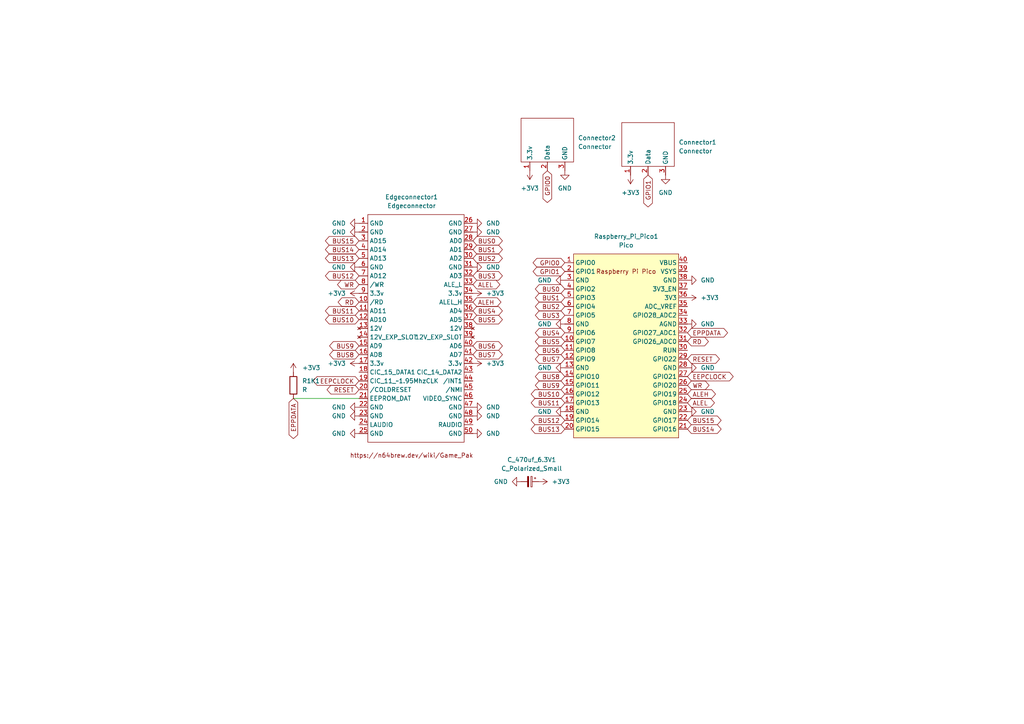
<source format=kicad_sch>
(kicad_sch (version 20230121) (generator eeschema)
  (paper "A4")
  (title_block (title "CardBoard64"))
  (lib_symbols
    (symbol "Device:C_Polarized_Small" (pin_numbers hide) (pin_names (offset 0.254) hide)
      (property "Reference" "C" (at 0.254 1.778 0))
      (property "Value" "C_Polarized_Small" (at 0.254 -2.032 0))
      (symbol "C_Polarized_Small_0_1"
        (rectangle (start -1.524 -0.3048) (end 1.524 -0.6858) (fill (type outline)))
        (rectangle (start -1.524 0.6858) (end 1.524 0.3048))
        (polyline (pts (xy -1.27 1.524) (xy -0.762 1.524)))
        (polyline (pts (xy -1.016 1.27) (xy -1.016 1.778)))
      )
      (symbol "C_Polarized_Small_1_1"
        (pin passive line (at 0 2.54 270) (length 1.8542) (name "~") (number "1"))
        (pin passive line (at 0 -2.54 90) (length 1.8542) (name "~") (number "2"))
      )
    )
    (symbol "Device:R" (pin_numbers hide) (pin_names (offset 0))
      (property "Reference" "R" (at 2.032 0 90))
      (property "Value" "R" (at 0 0 90))
      (symbol "R_0_1"
        (rectangle (start -1.016 -2.54) (end 1.016 2.54) (stroke (width 0.254)))
      )
      (symbol "R_1_1"
        (pin passive line (at 0 3.81 270) (length 1.27) (name "~") (number "1"))
        (pin passive line (at 0 -3.81 90) (length 1.27) (name "~") (number "2"))
      )
    )
    (symbol "cardboard64:Connector"
      (property "Reference" "Connector" (at 0 12.7 0))
      (property "Value" "Connector" (at 0 7.62 0))
      (symbol "Connector_0_1"
        (rectangle (start -7.62 10.16) (end 7.62 -2.54))
      )
      (symbol "Connector_1_1"
        (pin power_in line (at -5.08 -5.08 90) (length 2.54) (name "3.3v") (number "1"))
        (pin bidirectional line (at 0 -5.08 90) (length 2.54) (name "Data") (number "2"))
        (pin power_in line (at 5.08 -5.08 90) (length 2.54) (name "GND") (number "3"))
      )
    )
    (symbol "cardboard64:Edgeconnector"
      (property "Reference" "Edgeconnector" (at 0 35.56 0))
      (property "Value" "Edgeconnector" (at 0 27.94 0))
      (symbol "Edgeconnector_0_0"
        (text "https://n64brew.dev/wiki/Game_Pak" (at 0 -36.83 0) (effects (font (size 1.27 1.27))))
      )
      (symbol "Edgeconnector_0_1"
        (rectangle (start -12.7 33.02) (end 15.24 -33.02))
      )
      (symbol "Edgeconnector_1_1"
        (pin power_in line (at -15.24 30.48 0) (length 2.54) (name "GND") (number "1"))
        (pin bidirectional line (at -15.24 7.62 0) (length 2.54) (name "/RD") (number "10"))
        (pin bidirectional line (at -15.24 5.08 0) (length 2.54) (name "AD11") (number "11"))
        (pin bidirectional line (at -15.24 2.54 0) (length 2.54) (name "AD10") (number "12"))
        (pin no_connect line (at -15.24 0 0) (length 2.54) (name "12V") (number "13"))
        (pin no_connect line (at -15.24 -2.54 0) (length 2.54) (name "12V_EXP_SLOT") (number "14"))
        (pin bidirectional line (at -15.24 -5.08 0) (length 2.54) (name "AD9") (number "15"))
        (pin bidirectional line (at -15.24 -7.62 0) (length 2.54) (name "AD8") (number "16"))
        (pin power_in line (at -15.24 -10.16 0) (length 2.54) (name "3.3v") (number "17"))
        (pin bidirectional line (at -15.24 -12.7 0) (length 2.54) (name "CIC_15_DATA1") (number "18"))
        (pin bidirectional line (at -15.24 -15.24 0) (length 2.54) (name "CIC_11_~1.95MhzCLK") (number "19"))
        (pin power_in line (at -15.24 27.94 0) (length 2.54) (name "GND") (number "2"))
        (pin bidirectional line (at -15.24 -17.78 0) (length 2.54) (name "/COLDRESET") (number "20"))
        (pin bidirectional line (at -15.24 -20.32 0) (length 2.54) (name "EEPROM_DAT") (number "21"))
        (pin power_in line (at -15.24 -22.86 0) (length 2.54) (name "GND") (number "22"))
        (pin power_in line (at -15.24 -25.4 0) (length 2.54) (name "GND") (number "23"))
        (pin bidirectional line (at -15.24 -27.94 0) (length 2.54) (name "LAUDIO") (number "24"))
        (pin power_in line (at -15.24 -30.48 0) (length 2.54) (name "GND") (number "25"))
        (pin power_in line (at 17.78 30.48 180) (length 2.54) (name "GND") (number "26"))
        (pin power_in line (at 17.78 27.94 180) (length 2.54) (name "GND") (number "27"))
        (pin bidirectional line (at 17.78 25.4 180) (length 2.54) (name "AD0") (number "28"))
        (pin bidirectional line (at 17.78 22.86 180) (length 2.54) (name "AD1") (number "29"))
        (pin bidirectional line (at -15.24 25.4 0) (length 2.54) (name "AD15") (number "3"))
        (pin bidirectional line (at 17.78 20.32 180) (length 2.54) (name "AD2") (number "30"))
        (pin power_in line (at 17.78 17.78 180) (length 2.54) (name "GND") (number "31"))
        (pin bidirectional line (at 17.78 15.24 180) (length 2.54) (name "AD3") (number "32"))
        (pin bidirectional line (at 17.78 12.7 180) (length 2.54) (name "ALE_L") (number "33"))
        (pin power_in line (at 17.78 10.16 180) (length 2.54) (name "3.3v") (number "34"))
        (pin bidirectional line (at 17.78 7.62 180) (length 2.54) (name "ALEL_H") (number "35"))
        (pin bidirectional line (at 17.78 5.08 180) (length 2.54) (name "AD4") (number "36"))
        (pin bidirectional line (at 17.78 2.54 180) (length 2.54) (name "AD5") (number "37"))
        (pin no_connect line (at 17.78 0 180) (length 2.54) (name "12V") (number "38"))
        (pin no_connect line (at 17.78 -2.54 180) (length 2.54) (name "12V_EXP_SLOT") (number "39"))
        (pin bidirectional line (at -15.24 22.86 0) (length 2.54) (name "AD14") (number "4"))
        (pin bidirectional line (at 17.78 -5.08 180) (length 2.54) (name "AD6") (number "40"))
        (pin bidirectional line (at 17.78 -7.62 180) (length 2.54) (name "AD7") (number "41"))
        (pin power_in line (at 17.78 -10.16 180) (length 2.54) (name "3.3v") (number "42"))
        (pin bidirectional line (at 17.78 -12.7 180) (length 2.54) (name "CIC_14_DATA2") (number "43"))
        (pin bidirectional line (at 17.78 -15.24 180) (length 2.54) (name "/INT1") (number "44"))
        (pin bidirectional line (at 17.78 -17.78 180) (length 2.54) (name "/NMI") (number "45"))
        (pin bidirectional line (at 17.78 -20.32 180) (length 2.54) (name "VIDEO_SYNC") (number "46"))
        (pin power_in line (at 17.78 -22.86 180) (length 2.54) (name "GND") (number "47"))
        (pin power_in line (at 17.78 -25.4 180) (length 2.54) (name "GND") (number "48"))
        (pin bidirectional line (at 17.78 -27.94 180) (length 2.54) (name "RAUDIO") (number "49"))
        (pin bidirectional line (at -15.24 20.32 0) (length 2.54) (name "AD13") (number "5"))
        (pin power_in line (at 17.78 -30.48 180) (length 2.54) (name "GND") (number "50"))
        (pin power_in line (at -15.24 17.78 0) (length 2.54) (name "GND") (number "6"))
        (pin bidirectional line (at -15.24 15.24 0) (length 2.54) (name "AD12") (number "7"))
        (pin bidirectional line (at -15.24 12.7 0) (length 2.54) (name "/WR") (number "8"))
        (pin power_in line (at -15.24 10.16 0) (length 2.54) (name "3.3v") (number "9"))
      )
    )
    (symbol "cardboard64:Pico"
      (property "Reference" "U" (at -13.97 27.94 0))
      (property "Value" "Pico" (at 0 19.05 0))
      (symbol "Pico_0_0"
        (text "Raspberry Pi Pico" (at 0 21.59 0) (effects (font (size 1.27 1.27))))
      )
      (symbol "Pico_0_1"
        (rectangle (start -15.24 26.67) (end 15.24 -26.67) (fill (type background)))
      )
      (symbol "Pico_1_1"
        (pin bidirectional line (at -17.78 24.13 0) (length 2.54) (name "GPIO0") (number "1"))
        (pin bidirectional line (at -17.78 1.27 0) (length 2.54) (name "GPIO7") (number "10"))
        (pin bidirectional line (at -17.78 -1.27 0) (length 2.54) (name "GPIO8") (number "11"))
        (pin bidirectional line (at -17.78 -3.81 0) (length 2.54) (name "GPIO9") (number "12"))
        (pin power_in line (at -17.78 -6.35 0) (length 2.54) (name "GND") (number "13"))
        (pin bidirectional line (at -17.78 -8.89 0) (length 2.54) (name "GPIO10") (number "14"))
        (pin bidirectional line (at -17.78 -11.43 0) (length 2.54) (name "GPIO11") (number "15"))
        (pin bidirectional line (at -17.78 -13.97 0) (length 2.54) (name "GPIO12") (number "16"))
        (pin bidirectional line (at -17.78 -16.51 0) (length 2.54) (name "GPIO13") (number "17"))
        (pin power_in line (at -17.78 -19.05 0) (length 2.54) (name "GND") (number "18"))
        (pin bidirectional line (at -17.78 -21.59 0) (length 2.54) (name "GPIO14") (number "19"))
        (pin bidirectional line (at -17.78 21.59 0) (length 2.54) (name "GPIO1") (number "2"))
        (pin bidirectional line (at -17.78 -24.13 0) (length 2.54) (name "GPIO15") (number "20"))
        (pin bidirectional line (at 17.78 -24.13 180) (length 2.54) (name "GPIO16") (number "21"))
        (pin bidirectional line (at 17.78 -21.59 180) (length 2.54) (name "GPIO17") (number "22"))
        (pin power_in line (at 17.78 -19.05 180) (length 2.54) (name "GND") (number "23"))
        (pin bidirectional line (at 17.78 -16.51 180) (length 2.54) (name "GPIO18") (number "24"))
        (pin bidirectional line (at 17.78 -13.97 180) (length 2.54) (name "GPIO19") (number "25"))
        (pin bidirectional line (at 17.78 -11.43 180) (length 2.54) (name "GPIO20") (number "26"))
        (pin bidirectional line (at 17.78 -8.89 180) (length 2.54) (name "GPIO21") (number "27"))
        (pin power_in line (at 17.78 -6.35 180) (length 2.54) (name "GND") (number "28"))
        (pin bidirectional line (at 17.78 -3.81 180) (length 2.54) (name "GPIO22") (number "29"))
        (pin power_in line (at -17.78 19.05 0) (length 2.54) (name "GND") (number "3"))
        (pin input line (at 17.78 -1.27 180) (length 2.54) (name "RUN") (number "30"))
        (pin bidirectional line (at 17.78 1.27 180) (length 2.54) (name "GPIO26_ADC0") (number "31"))
        (pin bidirectional line (at 17.78 3.81 180) (length 2.54) (name "GPIO27_ADC1") (number "32"))
        (pin power_in line (at 17.78 6.35 180) (length 2.54) (name "AGND") (number "33"))
        (pin bidirectional line (at 17.78 8.89 180) (length 2.54) (name "GPIO28_ADC2") (number "34"))
        (pin power_in line (at 17.78 11.43 180) (length 2.54) (name "ADC_VREF") (number "35"))
        (pin power_out line (at 17.78 13.97 180) (length 2.54) (name "3V3") (number "36"))
        (pin input line (at 17.78 16.51 180) (length 2.54) (name "3V3_EN") (number "37"))
        (pin power_in line (at 17.78 19.05 180) (length 2.54) (name "GND") (number "38"))
        (pin power_in line (at 17.78 21.59 180) (length 2.54) (name "VSYS") (number "39"))
        (pin bidirectional line (at -17.78 16.51 0) (length 2.54) (name "GPIO2") (number "4"))
        (pin power_in line (at 17.78 24.13 180) (length 2.54) (name "VBUS") (number "40"))
        (pin bidirectional line (at -17.78 13.97 0) (length 2.54) (name "GPIO3") (number "5"))
        (pin bidirectional line (at -17.78 11.43 0) (length 2.54) (name "GPIO4") (number "6"))
        (pin bidirectional line (at -17.78 8.89 0) (length 2.54) (name "GPIO5") (number "7"))
        (pin power_in line (at -17.78 6.35 0) (length 2.54) (name "GND") (number "8"))
        (pin bidirectional line (at -17.78 3.81 0) (length 2.54) (name "GPIO6") (number "9"))
      )
    )
    (symbol "power:+3V3" (power) (pin_names (offset 0))
      (property "Value" "+3V3" (at 0 3.556 0))
      (symbol "+3V3_0_1"
        (polyline (pts (xy -0.762 1.27) (xy 0 2.54)))
        (polyline (pts (xy 0 0) (xy 0 2.54)))
        (polyline (pts (xy 0 2.54) (xy 0.762 1.27)))
      )
      (symbol "+3V3_1_1"
        (pin power_in line (at 0 0 90) (length 0) hide (name "+3V3") (number "1"))
      )
    )
    (symbol "power:GND" (power) (pin_names (offset 0))
      (property "Value" "GND" (at 0 -3.81 0))
      (symbol "GND_0_1"
        (polyline (pts (xy 0 0) (xy 0 -1.27) (xy 1.27 -1.27) (xy 0 -2.54) (xy -1.27 -1.27) (xy 0 -1.27)))
      )
      (symbol "GND_1_1"
        (pin power_in line (at 0 0 270) (length 0) hide (name "GND") (number "1"))
      )
    )
  )
  (wire (pts (xy 85.09 115.57) (xy 104.14 115.57)))
  (global_label "BUS7" (shape bidirectional) (at 137.16 102.87 0) (property "Intersheetrefs" "${INTERSHEET_REFS}" (effects hide)))
  (global_label "EPPDATA" (shape bidirectional) (at 199.39 96.52 0) (property "Intersheetrefs" "${INTERSHEET_REFS}" (effects hide)))
  (global_label "BUS5" (shape bidirectional) (at 163.83 99.06 180) (property "Intersheetrefs" "${INTERSHEET_REFS}" (effects hide)))
  (global_label "BUS14" (shape bidirectional) (at 199.39 124.46 0) (property "Intersheetrefs" "${INTERSHEET_REFS}" (effects hide)))
  (global_label "BUS0" (shape bidirectional) (at 163.83 83.82 180) (property "Intersheetrefs" "${INTERSHEET_REFS}" (effects hide)))
  (global_label "BUS8" (shape bidirectional) (at 104.14 102.87 180) (property "Intersheetrefs" "${INTERSHEET_REFS}" (effects hide)))
  (global_label "BUS5" (shape bidirectional) (at 137.16 92.71 0) (property "Intersheetrefs" "${INTERSHEET_REFS}" (effects hide)))
  (global_label "BUS8" (shape bidirectional) (at 163.83 109.22 180) (property "Intersheetrefs" "${INTERSHEET_REFS}" (effects hide)))
  (global_label "BUS13" (shape bidirectional) (at 163.83 124.46 180) (property "Intersheetrefs" "${INTERSHEET_REFS}" (effects hide)))
  (global_label "BUS11" (shape bidirectional) (at 104.14 90.17 180) (property "Intersheetrefs" "${INTERSHEET_REFS}" (effects hide)))
  (global_label "BUS14" (shape bidirectional) (at 104.14 72.39 180) (property "Intersheetrefs" "${INTERSHEET_REFS}" (effects hide)))
  (global_label "BUS12" (shape bidirectional) (at 104.14 80.01 180) (property "Intersheetrefs" "${INTERSHEET_REFS}" (effects hide)))
  (global_label "RD" (shape bidirectional) (at 199.39 99.06 0) (property "Intersheetrefs" "${INTERSHEET_REFS}" (effects hide)))
  (global_label "EEPCLOCK" (shape bidirectional) (at 199.39 109.22 0) (property "Intersheetrefs" "${INTERSHEET_REFS}" (effects hide)))
  (global_label "BUS12" (shape bidirectional) (at 163.83 121.92 180) (property "Intersheetrefs" "${INTERSHEET_REFS}" (effects hide)))
  (global_label "RESET" (shape bidirectional) (at 104.14 113.03 180) (property "Intersheetrefs" "${INTERSHEET_REFS}" (effects hide)))
  (global_label "BUS15" (shape bidirectional) (at 199.39 121.92 0) (property "Intersheetrefs" "${INTERSHEET_REFS}" (effects hide)))
  (global_label "GPIO0" (shape bidirectional) (at 158.75 49.53 270) (property "Intersheetrefs" "${INTERSHEET_REFS}" (effects hide)))
  (global_label "BUS7" (shape bidirectional) (at 163.83 104.14 180) (property "Intersheetrefs" "${INTERSHEET_REFS}" (effects hide)))
  (global_label "BUS4" (shape bidirectional) (at 163.83 96.52 180) (property "Intersheetrefs" "${INTERSHEET_REFS}" (effects hide)))
  (global_label "ALEL" (shape bidirectional) (at 137.16 82.55 0) (property "Intersheetrefs" "${INTERSHEET_REFS}" (effects hide)))
  (global_label "WR" (shape bidirectional) (at 104.14 82.55 180) (property "Intersheetrefs" "${INTERSHEET_REFS}" (effects hide)))
  (global_label "ALEL" (shape bidirectional) (at 199.39 116.84 0) (property "Intersheetrefs" "${INTERSHEET_REFS}" (effects hide)))
  (global_label "GPIO0" (shape bidirectional) (at 163.83 76.2 180) (property "Intersheetrefs" "${INTERSHEET_REFS}" (effects hide)))
  (global_label "BUS13" (shape bidirectional) (at 104.14 74.93 180) (property "Intersheetrefs" "${INTERSHEET_REFS}" (effects hide)))
  (global_label "EEPCLOCK" (shape bidirectional) (at 104.14 110.49 180) (property "Intersheetrefs" "${INTERSHEET_REFS}" (effects hide)))
  (global_label "BUS6" (shape bidirectional) (at 163.83 101.6 180) (property "Intersheetrefs" "${INTERSHEET_REFS}" (effects hide)))
  (global_label "BUS9" (shape bidirectional) (at 163.83 111.76 180) (property "Intersheetrefs" "${INTERSHEET_REFS}" (effects hide)))
  (global_label "RD" (shape bidirectional) (at 104.14 87.63 180) (property "Intersheetrefs" "${INTERSHEET_REFS}" (effects hide)))
  (global_label "GPIO1" (shape bidirectional) (at 163.83 78.74 180) (property "Intersheetrefs" "${INTERSHEET_REFS}" (effects hide)))
  (global_label "GPIO1" (shape bidirectional) (at 187.96 50.8 270) (property "Intersheetrefs" "${INTERSHEET_REFS}" (effects hide)))
  (global_label "EPPDATA" (shape bidirectional) (at 85.09 115.57 270) (property "Intersheetrefs" "${INTERSHEET_REFS}" (effects hide)))
  (global_label "BUS2" (shape bidirectional) (at 137.16 74.93 0) (property "Intersheetrefs" "${INTERSHEET_REFS}" (effects hide)))
  (global_label "BUS15" (shape bidirectional) (at 104.14 69.85 180) (property "Intersheetrefs" "${INTERSHEET_REFS}" (effects hide)))
  (global_label "BUS2" (shape bidirectional) (at 163.83 88.9 180) (property "Intersheetrefs" "${INTERSHEET_REFS}" (effects hide)))
  (global_label "ALEH" (shape bidirectional) (at 137.16 87.63 0) (property "Intersheetrefs" "${INTERSHEET_REFS}" (effects hide)))
  (global_label "BUS6" (shape bidirectional) (at 137.16 100.33 0) (property "Intersheetrefs" "${INTERSHEET_REFS}" (effects hide)))
  (global_label "RESET" (shape bidirectional) (at 199.39 104.14 0) (property "Intersheetrefs" "${INTERSHEET_REFS}" (effects hide)))
  (global_label "BUS10" (shape bidirectional) (at 104.14 92.71 180) (property "Intersheetrefs" "${INTERSHEET_REFS}" (effects hide)))
  (global_label "BUS1" (shape bidirectional) (at 137.16 72.39 0) (property "Intersheetrefs" "${INTERSHEET_REFS}" (effects hide)))
  (global_label "BUS4" (shape bidirectional) (at 137.16 90.17 0) (property "Intersheetrefs" "${INTERSHEET_REFS}" (effects hide)))
  (global_label "BUS0" (shape bidirectional) (at 137.16 69.85 0) (property "Intersheetrefs" "${INTERSHEET_REFS}" (effects hide)))
  (global_label "BUS1" (shape bidirectional) (at 163.83 86.36 180) (property "Intersheetrefs" "${INTERSHEET_REFS}" (effects hide)))
  (global_label "BUS11" (shape bidirectional) (at 163.83 116.84 180) (property "Intersheetrefs" "${INTERSHEET_REFS}" (effects hide)))
  (global_label "WR" (shape bidirectional) (at 199.39 111.76 0) (property "Intersheetrefs" "${INTERSHEET_REFS}" (effects hide)))
  (global_label "BUS3" (shape bidirectional) (at 137.16 80.01 0) (property "Intersheetrefs" "${INTERSHEET_REFS}" (effects hide)))
  (global_label "BUS9" (shape bidirectional) (at 104.14 100.33 180) (property "Intersheetrefs" "${INTERSHEET_REFS}" (effects hide)))
  (global_label "ALEH" (shape bidirectional) (at 199.39 114.3 0) (property "Intersheetrefs" "${INTERSHEET_REFS}" (effects hide)))
  (global_label "BUS10" (shape bidirectional) (at 163.83 114.3 180) (property "Intersheetrefs" "${INTERSHEET_REFS}" (effects hide)))
  (global_label "BUS3" (shape bidirectional) (at 163.83 91.44 180) (property "Intersheetrefs" "${INTERSHEET_REFS}" (effects hide)))
  (symbol (lib_id "cardboard64:Edgeconnector") (at 119.38 95.25 0) (unit 1)
    (property "Reference" "Edgeconnector1" (at 119.38 57.15 0))
    (property "Value" "Edgeconnector" (at 119.38 59.69 0))
    (property "Footprint" "cardboard64:Edgeconnector_2.54" (effects hide))
  )
  (symbol (lib_id "power:GND") (at 137.16 67.31 90) (unit 1)
    (property "Reference" "#PWR0123" (effects hide))
    (property "Value" "GND" (at 140.97 67.3099 90) (effects (justify right)))
  )
  (symbol (lib_id "power:GND") (at 104.14 77.47 270) (unit 1)
    (property "Reference" "#PWR0118" (effects hide))
    (property "Value" "GND" (at 100.33 77.4699 90) (effects (justify right)))
  )
  (symbol (lib_id "power:GND") (at 199.39 106.68 90) (unit 1)
    (property "Reference" "#PWR0111" (effects hide))
    (property "Value" "GND" (at 203.2 106.6799 90) (effects (justify right)))
  )
  (symbol (lib_id "power:GND") (at 137.16 125.73 90) (unit 1)
    (property "Reference" "#PWR0106" (effects hide))
    (property "Value" "GND" (at 140.97 125.7299 90) (effects (justify right)))
  )
  (symbol (lib_id "power:+3V3") (at 104.14 105.41 90) (unit 1)
    (property "Reference" "#PWR0115" (effects hide))
    (property "Value" "+3V3" (at 100.33 105.4099 90) (effects (justify left)))
  )
  (symbol (lib_id "power:GND") (at 193.04 50.8 0) (unit 1)
    (property "Reference" "#PWR0130" (effects hide))
    (property "Value" "GND" (at 193.04 55.88 0))
  )
  (symbol (lib_id "power:GND") (at 199.39 119.38 90) (unit 1)
    (property "Reference" "#PWR0112" (effects hide))
    (property "Value" "GND" (at 203.2 119.3799 90) (effects (justify right)))
  )
  (symbol (lib_id "power:+3V3") (at 182.88 50.8 180) (unit 1)
    (property "Reference" "#PWR0131" (effects hide))
    (property "Value" "+3V3" (at 182.88 55.88 0))
  )
  (symbol (lib_id "power:GND") (at 104.14 67.31 270) (unit 1)
    (property "Reference" "#PWR0117" (effects hide))
    (property "Value" "GND" (at 100.33 67.3099 90) (effects (justify right)))
  )
  (symbol (lib_id "power:GND") (at 104.14 118.11 270) (unit 1)
    (property "Reference" "#PWR0125" (effects hide))
    (property "Value" "GND" (at 100.33 118.1099 90) (effects (justify right)))
  )
  (symbol (lib_id "power:GND") (at 163.83 81.28 270) (unit 1)
    (property "Reference" "#PWR0101" (effects hide))
    (property "Value" "GND" (at 160.02 81.2799 90) (effects (justify right)))
  )
  (symbol (lib_id "power:+3V3") (at 153.67 49.53 180) (unit 1)
    (property "Reference" "#PWR0128" (effects hide))
    (property "Value" "+3V3" (at 153.67 54.61 0))
  )
  (symbol (lib_id "power:+3V3") (at 137.16 105.41 270) (unit 1)
    (property "Reference" "#PWR0105" (effects hide))
    (property "Value" "+3V3" (at 140.97 105.4099 90) (effects (justify left)))
  )
  (symbol (lib_id "power:GND") (at 104.14 125.73 270) (unit 1)
    (property "Reference" "#PWR0121" (effects hide))
    (property "Value" "GND" (at 100.33 125.7299 90) (effects (justify right)))
  )
  (symbol (lib_id "power:GND") (at 137.16 120.65 90) (unit 1)
    (property "Reference" "#PWR0108" (effects hide))
    (property "Value" "GND" (at 140.97 120.6499 90) (effects (justify right)))
  )
  (symbol (lib_id "Device:R") (at 85.09 111.76 0) (unit 1)
    (property "Reference" "R1K1" (at 87.63 110.4899 0) (effects (justify left)))
    (property "Value" "R" (at 87.63 113.0299 0) (effects (justify left)))
    (property "Footprint" "Resistor_THT:R_Axial_DIN0207_L6.3mm_D2.5mm_P10.16mm_Horizontal" (effects hide))
  )
  (symbol (lib_id "power:+3V3") (at 85.09 107.95 0) (unit 1)
    (property "Reference" "#PWR0116" (effects hide))
    (property "Value" "+3V3" (at 87.63 106.6799 0) (effects (justify left)))
  )
  (symbol (lib_id "power:GND") (at 137.16 118.11 90) (unit 1)
    (property "Reference" "#PWR0107" (effects hide))
    (property "Value" "GND" (at 140.97 118.1099 90) (effects (justify right)))
  )
  (symbol (lib_id "power:GND") (at 163.83 106.68 270) (unit 1)
    (property "Reference" "#PWR0103" (effects hide))
    (property "Value" "GND" (at 160.02 106.6799 90) (effects (justify right)))
  )
  (symbol (lib_id "power:+3V3") (at 156.21 139.7 270) (unit 1)
    (property "Reference" "#PWR0126" (effects hide))
    (property "Value" "+3V3" (at 160.02 139.6999 90) (effects (justify left)))
  )
  (symbol (lib_id "power:GND") (at 137.16 77.47 90) (unit 1)
    (property "Reference" "#PWR0114" (effects hide))
    (property "Value" "GND" (at 140.97 77.4699 90) (effects (justify right)))
  )
  (symbol (lib_id "power:GND") (at 163.83 93.98 270) (unit 1)
    (property "Reference" "#PWR0102" (effects hide))
    (property "Value" "GND" (at 160.02 93.9799 90) (effects (justify right)))
  )
  (symbol (lib_id "power:GND") (at 163.83 119.38 270) (unit 1)
    (property "Reference" "#PWR0104" (effects hide))
    (property "Value" "GND" (at 160.02 119.3799 90) (effects (justify right)))
  )
  (symbol (lib_id "power:GND") (at 137.16 64.77 90) (unit 1)
    (property "Reference" "#PWR0122" (effects hide))
    (property "Value" "GND" (at 140.97 64.7699 90) (effects (justify right)))
  )
  (symbol (lib_id "power:GND") (at 151.13 139.7 270) (unit 1)
    (property "Reference" "#PWR0127" (effects hide))
    (property "Value" "GND" (at 147.32 139.6999 90) (effects (justify right)))
  )
  (symbol (lib_id "Device:C_Polarized_Small") (at 153.67 139.7 270) (unit 1)
    (property "Reference" "C_470uf_6.3V1" (at 154.2161 133.35 90))
    (property "Value" "C_Polarized_Small" (at 154.2161 135.89 90))
    (property "Footprint" "Capacitor_THT:CP_Radial_D8.0mm_P3.50mm" (effects hide))
  )
  (symbol (lib_id "power:GND") (at 163.83 49.53 0) (unit 1)
    (property "Reference" "#PWR0129" (effects hide))
    (property "Value" "GND" (at 163.83 54.61 0))
  )
  (symbol (lib_id "cardboard64:Connector") (at 158.75 44.45 0) (unit 1)
    (property "Reference" "Connector2" (at 167.64 40.005 0) (effects (justify left)))
    (property "Value" "Connector" (at 167.64 42.545 0) (effects (justify left)))
    (property "Footprint" "cardboard64:Connector_PAD_3xPIN_12.7x0.64mm" (effects hide))
  )
  (symbol (lib_id "power:GND") (at 104.14 64.77 270) (unit 1)
    (property "Reference" "#PWR0120" (effects hide))
    (property "Value" "GND" (at 100.33 64.7699 90) (effects (justify right)))
  )
  (symbol (lib_id "power:+3V3") (at 137.16 85.09 270) (unit 1)
    (property "Reference" "#PWR0113" (effects hide))
    (property "Value" "+3V3" (at 140.97 85.0899 90) (effects (justify left)))
  )
  (symbol (lib_id "power:GND") (at 199.39 93.98 90) (unit 1)
    (property "Reference" "#PWR0132" (effects hide))
    (property "Value" "GND" (at 203.2 93.9799 90) (effects (justify right)))
  )
  (symbol (lib_id "power:+3V3") (at 104.14 85.09 90) (unit 1)
    (property "Reference" "#PWR0119" (effects hide))
    (property "Value" "+3V3" (at 100.33 85.0899 90) (effects (justify left)))
  )
  (symbol (lib_id "power:GND") (at 199.39 81.28 90) (unit 1)
    (property "Reference" "#PWR0109" (effects hide))
    (property "Value" "GND" (at 203.2 81.2799 90) (effects (justify right)))
  )
  (symbol (lib_id "cardboard64:Pico") (at 181.61 100.33 0) (unit 1)
    (property "Reference" "Raspberry_Pi_Pico1" (at 181.61 68.58 0))
    (property "Value" "Pico" (at 181.61 71.12 0))
    (property "Footprint" "cardboard64:RPi_Pico_SMD_TH" (effects hide))
  )
  (symbol (lib_id "power:+3V3") (at 199.39 86.36 270) (unit 1)
    (property "Reference" "#PWR0110" (effects hide))
    (property "Value" "+3V3" (at 203.2 86.3599 90) (effects (justify left)))
  )
  (symbol (lib_id "power:GND") (at 104.14 120.65 270) (unit 1)
    (property "Reference" "#PWR0124" (effects hide))
    (property "Value" "GND" (at 100.33 120.6499 90) (effects (justify right)))
  )
  (symbol (lib_id "cardboard64:Connector") (at 187.96 45.72 0) (unit 1)
    (property "Reference" "Connector1" (at 196.85 41.275 0) (effects (justify left)))
    (property "Value" "Connector" (at 196.85 43.815 0) (effects (justify left)))
    (property "Footprint" "cardboard64:Connector_PAD_3xPIN_12.7x0.64mm" (effects hide))
  )
)
</source>
